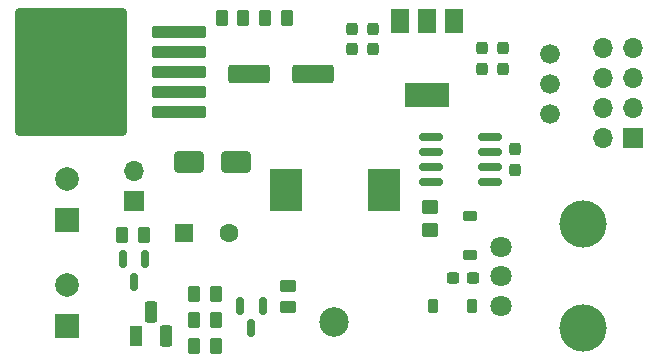
<source format=gbr>
%TF.GenerationSoftware,KiCad,Pcbnew,7.0.8*%
%TF.CreationDate,2024-06-11T13:29:39+02:00*%
%TF.ProjectId,LED_Driver,4c45445f-4472-4697-9665-722e6b696361,rev?*%
%TF.SameCoordinates,Original*%
%TF.FileFunction,Soldermask,Top*%
%TF.FilePolarity,Negative*%
%FSLAX46Y46*%
G04 Gerber Fmt 4.6, Leading zero omitted, Abs format (unit mm)*
G04 Created by KiCad (PCBNEW 7.0.8) date 2024-06-11 13:29:39*
%MOMM*%
%LPD*%
G01*
G04 APERTURE LIST*
G04 Aperture macros list*
%AMRoundRect*
0 Rectangle with rounded corners*
0 $1 Rounding radius*
0 $2 $3 $4 $5 $6 $7 $8 $9 X,Y pos of 4 corners*
0 Add a 4 corners polygon primitive as box body*
4,1,4,$2,$3,$4,$5,$6,$7,$8,$9,$2,$3,0*
0 Add four circle primitives for the rounded corners*
1,1,$1+$1,$2,$3*
1,1,$1+$1,$4,$5*
1,1,$1+$1,$6,$7*
1,1,$1+$1,$8,$9*
0 Add four rect primitives between the rounded corners*
20,1,$1+$1,$2,$3,$4,$5,0*
20,1,$1+$1,$4,$5,$6,$7,0*
20,1,$1+$1,$6,$7,$8,$9,0*
20,1,$1+$1,$8,$9,$2,$3,0*%
G04 Aperture macros list end*
%ADD10R,2.700000X3.600000*%
%ADD11R,2.000000X2.000000*%
%ADD12C,2.000000*%
%ADD13C,2.500000*%
%ADD14C,1.676400*%
%ADD15RoundRect,0.250000X0.262500X0.450000X-0.262500X0.450000X-0.262500X-0.450000X0.262500X-0.450000X0*%
%ADD16R,1.100000X1.800000*%
%ADD17RoundRect,0.275000X-0.275000X-0.625000X0.275000X-0.625000X0.275000X0.625000X-0.275000X0.625000X0*%
%ADD18RoundRect,0.150000X-0.150000X0.587500X-0.150000X-0.587500X0.150000X-0.587500X0.150000X0.587500X0*%
%ADD19RoundRect,0.250000X-0.450000X0.262500X-0.450000X-0.262500X0.450000X-0.262500X0.450000X0.262500X0*%
%ADD20RoundRect,0.250000X1.500000X0.550000X-1.500000X0.550000X-1.500000X-0.550000X1.500000X-0.550000X0*%
%ADD21R,1.600000X1.600000*%
%ADD22C,1.600000*%
%ADD23RoundRect,0.237500X0.237500X-0.300000X0.237500X0.300000X-0.237500X0.300000X-0.237500X-0.300000X0*%
%ADD24RoundRect,0.237500X-0.237500X0.300000X-0.237500X-0.300000X0.237500X-0.300000X0.237500X0.300000X0*%
%ADD25RoundRect,0.250000X-0.262500X-0.450000X0.262500X-0.450000X0.262500X0.450000X-0.262500X0.450000X0*%
%ADD26R,1.700000X1.700000*%
%ADD27O,1.700000X1.700000*%
%ADD28R,1.500000X2.000000*%
%ADD29R,3.800000X2.000000*%
%ADD30RoundRect,0.237500X0.300000X0.237500X-0.300000X0.237500X-0.300000X-0.237500X0.300000X-0.237500X0*%
%ADD31RoundRect,0.250000X1.000000X0.650000X-1.000000X0.650000X-1.000000X-0.650000X1.000000X-0.650000X0*%
%ADD32RoundRect,0.225000X-0.375000X0.225000X-0.375000X-0.225000X0.375000X-0.225000X0.375000X0.225000X0*%
%ADD33RoundRect,0.150000X-0.825000X-0.150000X0.825000X-0.150000X0.825000X0.150000X-0.825000X0.150000X0*%
%ADD34RoundRect,0.225000X0.225000X0.375000X-0.225000X0.375000X-0.225000X-0.375000X0.225000X-0.375000X0*%
%ADD35RoundRect,0.250000X2.050000X0.300000X-2.050000X0.300000X-2.050000X-0.300000X2.050000X-0.300000X0*%
%ADD36RoundRect,0.250002X4.449998X5.149998X-4.449998X5.149998X-4.449998X-5.149998X4.449998X-5.149998X0*%
%ADD37RoundRect,0.250000X-0.450000X0.350000X-0.450000X-0.350000X0.450000X-0.350000X0.450000X0.350000X0*%
%ADD38C,4.000000*%
%ADD39C,1.800000*%
G04 APERTURE END LIST*
D10*
%TO.C,L1*%
X123450000Y-115800000D03*
X131750000Y-115800000D03*
%TD*%
D11*
%TO.C,LOAD*%
X104900000Y-127300000D03*
D12*
X104900000Y-123800000D03*
%TD*%
D13*
%TO.C,H1*%
X127500000Y-127000000D03*
%TD*%
D14*
%TO.C,SW2*%
X145800000Y-104260000D03*
X145800000Y-106800000D03*
X145800000Y-109340000D03*
%TD*%
D15*
%TO.C,R4*%
X111412500Y-119600000D03*
X109587500Y-119600000D03*
%TD*%
D16*
%TO.C,Q2*%
X110730000Y-128160000D03*
D17*
X112000000Y-126090000D03*
X113270000Y-128160000D03*
%TD*%
D15*
%TO.C,R6*%
X117512500Y-126800000D03*
X115687500Y-126800000D03*
%TD*%
D18*
%TO.C,Q1*%
X110550000Y-123537500D03*
X111500000Y-121662500D03*
X109600000Y-121662500D03*
%TD*%
D19*
%TO.C,R8*%
X123600000Y-123887500D03*
X123600000Y-125712500D03*
%TD*%
D20*
%TO.C,C2*%
X125700000Y-106000000D03*
X120300000Y-106000000D03*
%TD*%
D21*
%TO.C,C1*%
X114797349Y-119400000D03*
D22*
X118597349Y-119400000D03*
%TD*%
D23*
%TO.C,C4*%
X142800000Y-114062500D03*
X142800000Y-112337500D03*
%TD*%
D15*
%TO.C,R5*%
X123512500Y-101200000D03*
X121687500Y-101200000D03*
%TD*%
D24*
%TO.C,C7*%
X130800000Y-102137500D03*
X130800000Y-103862500D03*
%TD*%
D25*
%TO.C,R1*%
X117975000Y-101200000D03*
X119800000Y-101200000D03*
%TD*%
D26*
%TO.C,SW1*%
X110600000Y-116675000D03*
D27*
X110600000Y-114135000D03*
%TD*%
D28*
%TO.C,U3*%
X137700000Y-101450000D03*
X135400000Y-101450000D03*
D29*
X135400000Y-107750000D03*
D28*
X133100000Y-101450000D03*
%TD*%
D30*
%TO.C,C5*%
X139262500Y-123200000D03*
X137537500Y-123200000D03*
%TD*%
D31*
%TO.C,D1*%
X119200000Y-113400000D03*
X115200000Y-113400000D03*
%TD*%
D32*
%TO.C,D3*%
X139000000Y-117950000D03*
X139000000Y-121250000D03*
%TD*%
D26*
%TO.C,U4*%
X152840000Y-111420000D03*
D27*
X150300000Y-111420000D03*
X152840000Y-108880000D03*
X150300000Y-108880000D03*
X152840000Y-106340000D03*
X150300000Y-106340000D03*
X152840000Y-103800000D03*
X150300000Y-103800000D03*
%TD*%
D33*
%TO.C,U2*%
X135725000Y-111295000D03*
X135725000Y-112565000D03*
X135725000Y-113835000D03*
X135725000Y-115105000D03*
X140675000Y-115105000D03*
X140675000Y-113835000D03*
X140675000Y-112565000D03*
X140675000Y-111295000D03*
%TD*%
D23*
%TO.C,C8*%
X140000000Y-105525000D03*
X140000000Y-103800000D03*
%TD*%
D24*
%TO.C,C6*%
X129000000Y-102137500D03*
X129000000Y-103862500D03*
%TD*%
D18*
%TO.C,Q3*%
X120500000Y-127475000D03*
X121450000Y-125600000D03*
X119550000Y-125600000D03*
%TD*%
D23*
%TO.C,C9*%
X141800000Y-105525000D03*
X141800000Y-103800000D03*
%TD*%
D11*
%TO.C,PWR*%
X104880000Y-118317500D03*
D12*
X104880000Y-114817500D03*
%TD*%
D25*
%TO.C,R7*%
X115687500Y-129000000D03*
X117512500Y-129000000D03*
%TD*%
D34*
%TO.C,D2*%
X139200000Y-125600000D03*
X135900000Y-125600000D03*
%TD*%
D35*
%TO.C,U1*%
X114400000Y-109200000D03*
X114400000Y-107500000D03*
X114400000Y-105800000D03*
D36*
X105250000Y-105800000D03*
D35*
X114400000Y-104100000D03*
X114400000Y-102400000D03*
%TD*%
D37*
%TO.C,R2*%
X135600000Y-117200000D03*
X135600000Y-119200000D03*
%TD*%
D38*
%TO.C,RV1*%
X148600000Y-118700000D03*
X148600000Y-127500000D03*
D39*
X141600000Y-125600000D03*
X141600000Y-123100000D03*
X141600000Y-120600000D03*
%TD*%
D15*
%TO.C,R3*%
X117512500Y-124600000D03*
X115687500Y-124600000D03*
%TD*%
M02*

</source>
